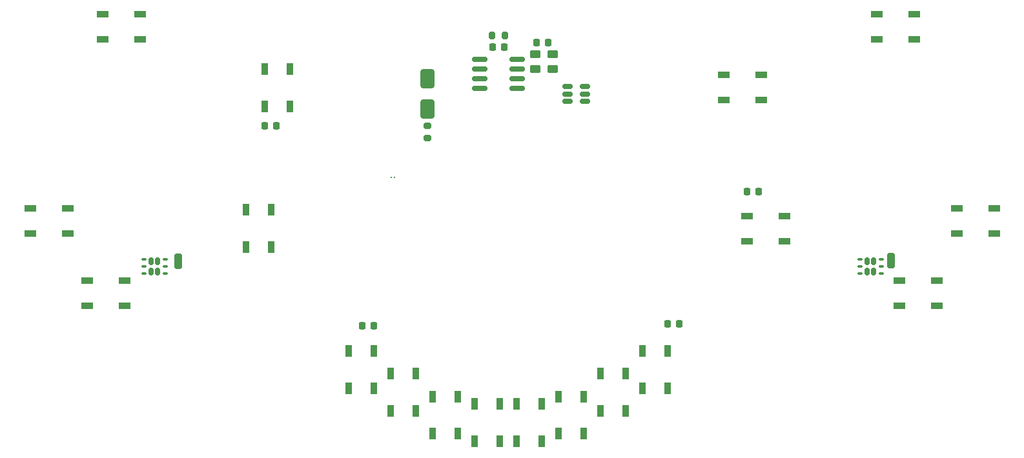
<source format=gbr>
%TF.GenerationSoftware,KiCad,Pcbnew,9.0.1*%
%TF.CreationDate,2025-05-09T16:18:51+02:00*%
%TF.ProjectId,hoofd nieuw V3,686f6f66-6420-46e6-9965-75772056332e,rev?*%
%TF.SameCoordinates,Original*%
%TF.FileFunction,Paste,Top*%
%TF.FilePolarity,Positive*%
%FSLAX46Y46*%
G04 Gerber Fmt 4.6, Leading zero omitted, Abs format (unit mm)*
G04 Created by KiCad (PCBNEW 9.0.1) date 2025-05-09 16:18:51*
%MOMM*%
%LPD*%
G01*
G04 APERTURE LIST*
G04 Aperture macros list*
%AMRoundRect*
0 Rectangle with rounded corners*
0 $1 Rounding radius*
0 $2 $3 $4 $5 $6 $7 $8 $9 X,Y pos of 4 corners*
0 Add a 4 corners polygon primitive as box body*
4,1,4,$2,$3,$4,$5,$6,$7,$8,$9,$2,$3,0*
0 Add four circle primitives for the rounded corners*
1,1,$1+$1,$2,$3*
1,1,$1+$1,$4,$5*
1,1,$1+$1,$6,$7*
1,1,$1+$1,$8,$9*
0 Add four rect primitives between the rounded corners*
20,1,$1+$1,$2,$3,$4,$5,0*
20,1,$1+$1,$4,$5,$6,$7,0*
20,1,$1+$1,$6,$7,$8,$9,0*
20,1,$1+$1,$8,$9,$2,$3,0*%
G04 Aperture macros list end*
%ADD10RoundRect,0.090000X0.360000X-0.660000X0.360000X0.660000X-0.360000X0.660000X-0.360000X-0.660000X0*%
%ADD11R,0.200000X0.280000*%
%ADD12RoundRect,0.225000X0.225000X0.250000X-0.225000X0.250000X-0.225000X-0.250000X0.225000X-0.250000X0*%
%ADD13RoundRect,0.225000X-0.225000X-0.250000X0.225000X-0.250000X0.225000X0.250000X-0.225000X0.250000X0*%
%ADD14RoundRect,0.090000X-0.660000X-0.360000X0.660000X-0.360000X0.660000X0.360000X-0.660000X0.360000X0*%
%ADD15RoundRect,0.090000X0.660000X0.360000X-0.660000X0.360000X-0.660000X-0.360000X0.660000X-0.360000X0*%
%ADD16RoundRect,0.250000X-0.250000X-0.750000X0.250000X-0.750000X0.250000X0.750000X-0.250000X0.750000X0*%
%ADD17RoundRect,0.165000X0.485000X0.385000X-0.485000X0.385000X-0.485000X-0.385000X0.485000X-0.385000X0*%
%ADD18RoundRect,0.090000X-0.360000X0.660000X-0.360000X-0.660000X0.360000X-0.660000X0.360000X0.660000X0*%
%ADD19RoundRect,0.150000X-0.825000X-0.150000X0.825000X-0.150000X0.825000X0.150000X-0.825000X0.150000X0*%
%ADD20RoundRect,0.250000X-0.650000X1.000000X-0.650000X-1.000000X0.650000X-1.000000X0.650000X1.000000X0*%
%ADD21RoundRect,0.150000X-0.150000X-0.350000X0.150000X-0.350000X0.150000X0.350000X-0.150000X0.350000X0*%
%ADD22RoundRect,0.100000X-0.200000X-0.100000X0.200000X-0.100000X0.200000X0.100000X-0.200000X0.100000X0*%
%ADD23RoundRect,0.200000X-0.200000X-0.275000X0.200000X-0.275000X0.200000X0.275000X-0.200000X0.275000X0*%
%ADD24RoundRect,0.150000X-0.512500X-0.150000X0.512500X-0.150000X0.512500X0.150000X-0.512500X0.150000X0*%
%ADD25RoundRect,0.200000X0.275000X-0.200000X0.275000X0.200000X-0.275000X0.200000X-0.275000X-0.200000X0*%
G04 APERTURE END LIST*
D10*
%TO.C,D5*%
X96600000Y-63450000D03*
X99900000Y-63450000D03*
X99900000Y-58550000D03*
X96600000Y-58550000D03*
%TD*%
D11*
%TO.C,D6*%
X116075000Y-54275000D03*
X115675000Y-54275000D03*
%TD*%
D12*
%TO.C,C2*%
X136225000Y-36650000D03*
X134675000Y-36650000D03*
%TD*%
D13*
%TO.C,C1*%
X128950000Y-37200000D03*
X130500000Y-37200000D03*
%TD*%
D10*
%TO.C,D13*%
X143100000Y-84950000D03*
X146400000Y-84950000D03*
X146400000Y-80050000D03*
X143100000Y-80050000D03*
%TD*%
D12*
%TO.C,C5*%
X100625000Y-47500000D03*
X99075000Y-47500000D03*
%TD*%
D13*
%TO.C,C4*%
X111835000Y-73810000D03*
X113385000Y-73810000D03*
%TD*%
D10*
%TO.C,D8*%
X115600000Y-84950000D03*
X118900000Y-84950000D03*
X118900000Y-80050000D03*
X115600000Y-80050000D03*
%TD*%
D14*
%TO.C,D19*%
X159300000Y-40850000D03*
X159300000Y-44150000D03*
X164200000Y-44150000D03*
X164200000Y-40850000D03*
%TD*%
D10*
%TO.C,D9*%
X121100000Y-87950000D03*
X124400000Y-87950000D03*
X124400000Y-83050000D03*
X121100000Y-83050000D03*
%TD*%
D14*
%TO.C,D18*%
X179300000Y-32850000D03*
X179300000Y-36150000D03*
X184200000Y-36150000D03*
X184200000Y-32850000D03*
%TD*%
D12*
%TO.C,C9*%
X153445000Y-73510000D03*
X151895000Y-73510000D03*
%TD*%
D15*
%TO.C,D15*%
X167200000Y-62650000D03*
X167200000Y-59350000D03*
X162300000Y-59350000D03*
X162300000Y-62650000D03*
%TD*%
D10*
%TO.C,D11*%
X132100000Y-88950000D03*
X135400000Y-88950000D03*
X135400000Y-84050000D03*
X132100000Y-84050000D03*
%TD*%
%TO.C,D7*%
X110100000Y-81950000D03*
X113400000Y-81950000D03*
X113400000Y-77050000D03*
X110100000Y-77050000D03*
%TD*%
D16*
%TO.C,J7*%
X87700000Y-65300000D03*
%TD*%
%TO.C,J8*%
X181200000Y-65200000D03*
%TD*%
D10*
%TO.C,D10*%
X126600000Y-88950000D03*
X129900000Y-88950000D03*
X129900000Y-84050000D03*
X126600000Y-84050000D03*
%TD*%
D17*
%TO.C,Y1*%
X136850000Y-38150000D03*
X134550000Y-38150000D03*
X134550000Y-40050000D03*
X136850000Y-40050000D03*
%TD*%
D15*
%TO.C,D16*%
X187200000Y-71150000D03*
X187200000Y-67850000D03*
X182300000Y-67850000D03*
X182300000Y-71150000D03*
%TD*%
D18*
%TO.C,D1*%
X102400000Y-40050000D03*
X99100000Y-40050000D03*
X99100000Y-44950000D03*
X102400000Y-44950000D03*
%TD*%
D15*
%TO.C,D17*%
X194700000Y-61650000D03*
X194700000Y-58350000D03*
X189800000Y-58350000D03*
X189800000Y-61650000D03*
%TD*%
%TO.C,D4*%
X80700000Y-71150000D03*
X80700000Y-67850000D03*
X75800000Y-67850000D03*
X75800000Y-71150000D03*
%TD*%
D19*
%TO.C,U1*%
X127225000Y-38775000D03*
X127225000Y-40045000D03*
X127225000Y-41315000D03*
X127225000Y-42585000D03*
X132175000Y-42585000D03*
X132175000Y-41315000D03*
X132175000Y-40045000D03*
X132175000Y-38775000D03*
%TD*%
D20*
%TO.C,D21*%
X120390000Y-41330000D03*
X120390000Y-45330000D03*
%TD*%
D21*
%TO.C,U3*%
X178100000Y-65350000D03*
X178100000Y-66650000D03*
X178900000Y-65350000D03*
X178900000Y-66650000D03*
D22*
X177100000Y-65050000D03*
X177100000Y-66000000D03*
X177100000Y-66950000D03*
X179900000Y-66950000D03*
X179900000Y-66000000D03*
X179900000Y-65050000D03*
%TD*%
D10*
%TO.C,D14*%
X148600000Y-81950000D03*
X151900000Y-81950000D03*
X151900000Y-77050000D03*
X148600000Y-77050000D03*
%TD*%
D23*
%TO.C,R3*%
X128900000Y-35675000D03*
X130550000Y-35675000D03*
%TD*%
D14*
%TO.C,D3*%
X68300000Y-58350000D03*
X68300000Y-61650000D03*
X73200000Y-61650000D03*
X73200000Y-58350000D03*
%TD*%
D12*
%TO.C,C3*%
X163855000Y-56200000D03*
X162305000Y-56200000D03*
%TD*%
D10*
%TO.C,D12*%
X137600000Y-87950000D03*
X140900000Y-87950000D03*
X140900000Y-83050000D03*
X137600000Y-83050000D03*
%TD*%
D24*
%TO.C,U4*%
X138762500Y-42400000D03*
X138762500Y-43350000D03*
X138762500Y-44300000D03*
X141037500Y-44300000D03*
X141037500Y-43350000D03*
X141037500Y-42400000D03*
%TD*%
D21*
%TO.C,U2*%
X84200000Y-65350000D03*
X84200000Y-66650000D03*
X85000000Y-65350000D03*
X85000000Y-66650000D03*
D22*
X83200000Y-65050000D03*
X83200000Y-66000000D03*
X83200000Y-66950000D03*
X86000000Y-66950000D03*
X86000000Y-66000000D03*
X86000000Y-65050000D03*
%TD*%
D25*
%TO.C,R2*%
X120390000Y-49155000D03*
X120390000Y-47505000D03*
%TD*%
D14*
%TO.C,D2*%
X77800000Y-32850000D03*
X77800000Y-36150000D03*
X82700000Y-36150000D03*
X82700000Y-32850000D03*
%TD*%
M02*

</source>
